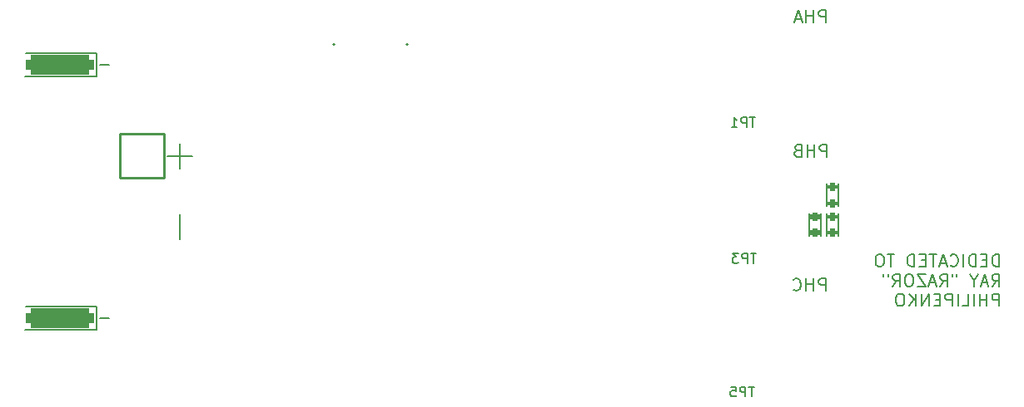
<source format=gbo>
%TF.GenerationSoftware,KiCad,Pcbnew,8.0.9-8.0.9-0~ubuntu22.04.1*%
%TF.CreationDate,2025-12-20T23:57:42-07:00*%
%TF.ProjectId,ESC_KiCAD,4553435f-4b69-4434-9144-2e6b69636164,A*%
%TF.SameCoordinates,Original*%
%TF.FileFunction,Legend,Bot*%
%TF.FilePolarity,Positive*%
%FSLAX46Y46*%
G04 Gerber Fmt 4.6, Leading zero omitted, Abs format (unit mm)*
G04 Created by KiCad (PCBNEW 8.0.9-8.0.9-0~ubuntu22.04.1) date 2025-12-20 23:57:42*
%MOMM*%
%LPD*%
G01*
G04 APERTURE LIST*
G04 Aperture macros list*
%AMRoundRect*
0 Rectangle with rounded corners*
0 $1 Rounding radius*
0 $2 $3 $4 $5 $6 $7 $8 $9 X,Y pos of 4 corners*
0 Add a 4 corners polygon primitive as box body*
4,1,4,$2,$3,$4,$5,$6,$7,$8,$9,$2,$3,0*
0 Add four circle primitives for the rounded corners*
1,1,$1+$1,$2,$3*
1,1,$1+$1,$4,$5*
1,1,$1+$1,$6,$7*
1,1,$1+$1,$8,$9*
0 Add four rect primitives between the rounded corners*
20,1,$1+$1,$2,$3,$4,$5,0*
20,1,$1+$1,$4,$5,$6,$7,0*
20,1,$1+$1,$6,$7,$8,$9,0*
20,1,$1+$1,$8,$9,$2,$3,0*%
G04 Aperture macros list end*
%ADD10C,0.152400*%
%ADD11C,0.176200*%
%ADD12C,4.000000*%
%ADD13O,2.804000X1.604000*%
%ADD14C,4.704000*%
%ADD15RoundRect,0.102000X2.250000X-2.250000X2.250000X2.250000X-2.250000X2.250000X-2.250000X-2.250000X0*%
%ADD16R,5.200000X3.500000*%
%ADD17C,5.200000*%
%ADD18R,3.350000X5.200000*%
%ADD19C,5.700000*%
%ADD20C,2.500000*%
%ADD21RoundRect,0.500000X-3.000000X-0.500000X3.000000X-0.500000X3.000000X0.500000X-3.000000X0.500000X0*%
%ADD22RoundRect,0.200000X-0.275000X0.200000X-0.275000X-0.200000X0.275000X-0.200000X0.275000X0.200000X0*%
%ADD23O,1.000000X1.000000*%
%ADD24R,1.000000X1.000000*%
%ADD25O,1.300000X2.000000*%
%ADD26R,1.300000X2.000000*%
%ADD27RoundRect,0.225000X0.250000X-0.225000X0.250000X0.225000X-0.250000X0.225000X-0.250000X-0.225000X0*%
%ADD28C,0.600000*%
G04 APERTURE END LIST*
D10*
X220702117Y-97564238D02*
X220702117Y-96314238D01*
X220702117Y-96314238D02*
X220404498Y-96314238D01*
X220404498Y-96314238D02*
X220225927Y-96373762D01*
X220225927Y-96373762D02*
X220106879Y-96492810D01*
X220106879Y-96492810D02*
X220047356Y-96611857D01*
X220047356Y-96611857D02*
X219987832Y-96849953D01*
X219987832Y-96849953D02*
X219987832Y-97028524D01*
X219987832Y-97028524D02*
X220047356Y-97266619D01*
X220047356Y-97266619D02*
X220106879Y-97385667D01*
X220106879Y-97385667D02*
X220225927Y-97504715D01*
X220225927Y-97504715D02*
X220404498Y-97564238D01*
X220404498Y-97564238D02*
X220702117Y-97564238D01*
X219452117Y-96909476D02*
X219035451Y-96909476D01*
X218856879Y-97564238D02*
X219452117Y-97564238D01*
X219452117Y-97564238D02*
X219452117Y-96314238D01*
X219452117Y-96314238D02*
X218856879Y-96314238D01*
X218321165Y-97564238D02*
X218321165Y-96314238D01*
X218321165Y-96314238D02*
X218023546Y-96314238D01*
X218023546Y-96314238D02*
X217844975Y-96373762D01*
X217844975Y-96373762D02*
X217725927Y-96492810D01*
X217725927Y-96492810D02*
X217666404Y-96611857D01*
X217666404Y-96611857D02*
X217606880Y-96849953D01*
X217606880Y-96849953D02*
X217606880Y-97028524D01*
X217606880Y-97028524D02*
X217666404Y-97266619D01*
X217666404Y-97266619D02*
X217725927Y-97385667D01*
X217725927Y-97385667D02*
X217844975Y-97504715D01*
X217844975Y-97504715D02*
X218023546Y-97564238D01*
X218023546Y-97564238D02*
X218321165Y-97564238D01*
X217071165Y-97564238D02*
X217071165Y-96314238D01*
X215761642Y-97445191D02*
X215821166Y-97504715D01*
X215821166Y-97504715D02*
X215999737Y-97564238D01*
X215999737Y-97564238D02*
X216118785Y-97564238D01*
X216118785Y-97564238D02*
X216297356Y-97504715D01*
X216297356Y-97504715D02*
X216416404Y-97385667D01*
X216416404Y-97385667D02*
X216475927Y-97266619D01*
X216475927Y-97266619D02*
X216535451Y-97028524D01*
X216535451Y-97028524D02*
X216535451Y-96849953D01*
X216535451Y-96849953D02*
X216475927Y-96611857D01*
X216475927Y-96611857D02*
X216416404Y-96492810D01*
X216416404Y-96492810D02*
X216297356Y-96373762D01*
X216297356Y-96373762D02*
X216118785Y-96314238D01*
X216118785Y-96314238D02*
X215999737Y-96314238D01*
X215999737Y-96314238D02*
X215821166Y-96373762D01*
X215821166Y-96373762D02*
X215761642Y-96433286D01*
X215285451Y-97207095D02*
X214690213Y-97207095D01*
X215404499Y-97564238D02*
X214987832Y-96314238D01*
X214987832Y-96314238D02*
X214571166Y-97564238D01*
X214333070Y-96314238D02*
X213618784Y-96314238D01*
X213975927Y-97564238D02*
X213975927Y-96314238D01*
X213202117Y-96909476D02*
X212785451Y-96909476D01*
X212606879Y-97564238D02*
X213202117Y-97564238D01*
X213202117Y-97564238D02*
X213202117Y-96314238D01*
X213202117Y-96314238D02*
X212606879Y-96314238D01*
X212071165Y-97564238D02*
X212071165Y-96314238D01*
X212071165Y-96314238D02*
X211773546Y-96314238D01*
X211773546Y-96314238D02*
X211594975Y-96373762D01*
X211594975Y-96373762D02*
X211475927Y-96492810D01*
X211475927Y-96492810D02*
X211416404Y-96611857D01*
X211416404Y-96611857D02*
X211356880Y-96849953D01*
X211356880Y-96849953D02*
X211356880Y-97028524D01*
X211356880Y-97028524D02*
X211416404Y-97266619D01*
X211416404Y-97266619D02*
X211475927Y-97385667D01*
X211475927Y-97385667D02*
X211594975Y-97504715D01*
X211594975Y-97504715D02*
X211773546Y-97564238D01*
X211773546Y-97564238D02*
X212071165Y-97564238D01*
X210047356Y-96314238D02*
X209333070Y-96314238D01*
X209690213Y-97564238D02*
X209690213Y-96314238D01*
X208678308Y-96314238D02*
X208440213Y-96314238D01*
X208440213Y-96314238D02*
X208321165Y-96373762D01*
X208321165Y-96373762D02*
X208202118Y-96492810D01*
X208202118Y-96492810D02*
X208142594Y-96730905D01*
X208142594Y-96730905D02*
X208142594Y-97147572D01*
X208142594Y-97147572D02*
X208202118Y-97385667D01*
X208202118Y-97385667D02*
X208321165Y-97504715D01*
X208321165Y-97504715D02*
X208440213Y-97564238D01*
X208440213Y-97564238D02*
X208678308Y-97564238D01*
X208678308Y-97564238D02*
X208797356Y-97504715D01*
X208797356Y-97504715D02*
X208916403Y-97385667D01*
X208916403Y-97385667D02*
X208975927Y-97147572D01*
X208975927Y-97147572D02*
X208975927Y-96730905D01*
X208975927Y-96730905D02*
X208916403Y-96492810D01*
X208916403Y-96492810D02*
X208797356Y-96373762D01*
X208797356Y-96373762D02*
X208678308Y-96314238D01*
X219987832Y-99576668D02*
X220404498Y-98981430D01*
X220702117Y-99576668D02*
X220702117Y-98326668D01*
X220702117Y-98326668D02*
X220225927Y-98326668D01*
X220225927Y-98326668D02*
X220106879Y-98386192D01*
X220106879Y-98386192D02*
X220047356Y-98445716D01*
X220047356Y-98445716D02*
X219987832Y-98564764D01*
X219987832Y-98564764D02*
X219987832Y-98743335D01*
X219987832Y-98743335D02*
X220047356Y-98862383D01*
X220047356Y-98862383D02*
X220106879Y-98921906D01*
X220106879Y-98921906D02*
X220225927Y-98981430D01*
X220225927Y-98981430D02*
X220702117Y-98981430D01*
X219511641Y-99219525D02*
X218916403Y-99219525D01*
X219630689Y-99576668D02*
X219214022Y-98326668D01*
X219214022Y-98326668D02*
X218797356Y-99576668D01*
X218142593Y-98981430D02*
X218142593Y-99576668D01*
X218559260Y-98326668D02*
X218142593Y-98981430D01*
X218142593Y-98981430D02*
X217725927Y-98326668D01*
X216416402Y-98326668D02*
X216416402Y-98564764D01*
X215940212Y-98326668D02*
X215940212Y-98564764D01*
X214690212Y-99576668D02*
X215106878Y-98981430D01*
X215404497Y-99576668D02*
X215404497Y-98326668D01*
X215404497Y-98326668D02*
X214928307Y-98326668D01*
X214928307Y-98326668D02*
X214809259Y-98386192D01*
X214809259Y-98386192D02*
X214749736Y-98445716D01*
X214749736Y-98445716D02*
X214690212Y-98564764D01*
X214690212Y-98564764D02*
X214690212Y-98743335D01*
X214690212Y-98743335D02*
X214749736Y-98862383D01*
X214749736Y-98862383D02*
X214809259Y-98921906D01*
X214809259Y-98921906D02*
X214928307Y-98981430D01*
X214928307Y-98981430D02*
X215404497Y-98981430D01*
X214214021Y-99219525D02*
X213618783Y-99219525D01*
X214333069Y-99576668D02*
X213916402Y-98326668D01*
X213916402Y-98326668D02*
X213499736Y-99576668D01*
X213202116Y-98326668D02*
X212368783Y-98326668D01*
X212368783Y-98326668D02*
X213202116Y-99576668D01*
X213202116Y-99576668D02*
X212368783Y-99576668D01*
X211654497Y-98326668D02*
X211416402Y-98326668D01*
X211416402Y-98326668D02*
X211297354Y-98386192D01*
X211297354Y-98386192D02*
X211178307Y-98505240D01*
X211178307Y-98505240D02*
X211118783Y-98743335D01*
X211118783Y-98743335D02*
X211118783Y-99160002D01*
X211118783Y-99160002D02*
X211178307Y-99398097D01*
X211178307Y-99398097D02*
X211297354Y-99517145D01*
X211297354Y-99517145D02*
X211416402Y-99576668D01*
X211416402Y-99576668D02*
X211654497Y-99576668D01*
X211654497Y-99576668D02*
X211773545Y-99517145D01*
X211773545Y-99517145D02*
X211892592Y-99398097D01*
X211892592Y-99398097D02*
X211952116Y-99160002D01*
X211952116Y-99160002D02*
X211952116Y-98743335D01*
X211952116Y-98743335D02*
X211892592Y-98505240D01*
X211892592Y-98505240D02*
X211773545Y-98386192D01*
X211773545Y-98386192D02*
X211654497Y-98326668D01*
X209868783Y-99576668D02*
X210285449Y-98981430D01*
X210583068Y-99576668D02*
X210583068Y-98326668D01*
X210583068Y-98326668D02*
X210106878Y-98326668D01*
X210106878Y-98326668D02*
X209987830Y-98386192D01*
X209987830Y-98386192D02*
X209928307Y-98445716D01*
X209928307Y-98445716D02*
X209868783Y-98564764D01*
X209868783Y-98564764D02*
X209868783Y-98743335D01*
X209868783Y-98743335D02*
X209928307Y-98862383D01*
X209928307Y-98862383D02*
X209987830Y-98921906D01*
X209987830Y-98921906D02*
X210106878Y-98981430D01*
X210106878Y-98981430D02*
X210583068Y-98981430D01*
X209392592Y-98326668D02*
X209392592Y-98564764D01*
X208916402Y-98326668D02*
X208916402Y-98564764D01*
X220702117Y-101589098D02*
X220702117Y-100339098D01*
X220702117Y-100339098D02*
X220225927Y-100339098D01*
X220225927Y-100339098D02*
X220106879Y-100398622D01*
X220106879Y-100398622D02*
X220047356Y-100458146D01*
X220047356Y-100458146D02*
X219987832Y-100577194D01*
X219987832Y-100577194D02*
X219987832Y-100755765D01*
X219987832Y-100755765D02*
X220047356Y-100874813D01*
X220047356Y-100874813D02*
X220106879Y-100934336D01*
X220106879Y-100934336D02*
X220225927Y-100993860D01*
X220225927Y-100993860D02*
X220702117Y-100993860D01*
X219452117Y-101589098D02*
X219452117Y-100339098D01*
X219452117Y-100934336D02*
X218737832Y-100934336D01*
X218737832Y-101589098D02*
X218737832Y-100339098D01*
X218142593Y-101589098D02*
X218142593Y-100339098D01*
X216952117Y-101589098D02*
X217547355Y-101589098D01*
X217547355Y-101589098D02*
X217547355Y-100339098D01*
X216535450Y-101589098D02*
X216535450Y-100339098D01*
X215940212Y-101589098D02*
X215940212Y-100339098D01*
X215940212Y-100339098D02*
X215464022Y-100339098D01*
X215464022Y-100339098D02*
X215344974Y-100398622D01*
X215344974Y-100398622D02*
X215285451Y-100458146D01*
X215285451Y-100458146D02*
X215225927Y-100577194D01*
X215225927Y-100577194D02*
X215225927Y-100755765D01*
X215225927Y-100755765D02*
X215285451Y-100874813D01*
X215285451Y-100874813D02*
X215344974Y-100934336D01*
X215344974Y-100934336D02*
X215464022Y-100993860D01*
X215464022Y-100993860D02*
X215940212Y-100993860D01*
X214690212Y-100934336D02*
X214273546Y-100934336D01*
X214094974Y-101589098D02*
X214690212Y-101589098D01*
X214690212Y-101589098D02*
X214690212Y-100339098D01*
X214690212Y-100339098D02*
X214094974Y-100339098D01*
X213559260Y-101589098D02*
X213559260Y-100339098D01*
X213559260Y-100339098D02*
X212844975Y-101589098D01*
X212844975Y-101589098D02*
X212844975Y-100339098D01*
X212249736Y-101589098D02*
X212249736Y-100339098D01*
X211535451Y-101589098D02*
X212071165Y-100874813D01*
X211535451Y-100339098D02*
X212249736Y-101053384D01*
X210761641Y-100339098D02*
X210523546Y-100339098D01*
X210523546Y-100339098D02*
X210404498Y-100398622D01*
X210404498Y-100398622D02*
X210285451Y-100517670D01*
X210285451Y-100517670D02*
X210225927Y-100755765D01*
X210225927Y-100755765D02*
X210225927Y-101172432D01*
X210225927Y-101172432D02*
X210285451Y-101410527D01*
X210285451Y-101410527D02*
X210404498Y-101529575D01*
X210404498Y-101529575D02*
X210523546Y-101589098D01*
X210523546Y-101589098D02*
X210761641Y-101589098D01*
X210761641Y-101589098D02*
X210880689Y-101529575D01*
X210880689Y-101529575D02*
X210999736Y-101410527D01*
X210999736Y-101410527D02*
X211059260Y-101172432D01*
X211059260Y-101172432D02*
X211059260Y-100755765D01*
X211059260Y-100755765D02*
X210999736Y-100517670D01*
X210999736Y-100517670D02*
X210880689Y-100398622D01*
X210880689Y-100398622D02*
X210761641Y-100339098D01*
X195804498Y-109819694D02*
X195233070Y-109819694D01*
X195518784Y-110819694D02*
X195518784Y-109819694D01*
X194899736Y-110819694D02*
X194899736Y-109819694D01*
X194899736Y-109819694D02*
X194518784Y-109819694D01*
X194518784Y-109819694D02*
X194423546Y-109867313D01*
X194423546Y-109867313D02*
X194375927Y-109914932D01*
X194375927Y-109914932D02*
X194328308Y-110010170D01*
X194328308Y-110010170D02*
X194328308Y-110153027D01*
X194328308Y-110153027D02*
X194375927Y-110248265D01*
X194375927Y-110248265D02*
X194423546Y-110295884D01*
X194423546Y-110295884D02*
X194518784Y-110343503D01*
X194518784Y-110343503D02*
X194899736Y-110343503D01*
X193423546Y-109819694D02*
X193899736Y-109819694D01*
X193899736Y-109819694D02*
X193947355Y-110295884D01*
X193947355Y-110295884D02*
X193899736Y-110248265D01*
X193899736Y-110248265D02*
X193804498Y-110200646D01*
X193804498Y-110200646D02*
X193566403Y-110200646D01*
X193566403Y-110200646D02*
X193471165Y-110248265D01*
X193471165Y-110248265D02*
X193423546Y-110295884D01*
X193423546Y-110295884D02*
X193375927Y-110391122D01*
X193375927Y-110391122D02*
X193375927Y-110629217D01*
X193375927Y-110629217D02*
X193423546Y-110724455D01*
X193423546Y-110724455D02*
X193471165Y-110772075D01*
X193471165Y-110772075D02*
X193566403Y-110819694D01*
X193566403Y-110819694D02*
X193804498Y-110819694D01*
X193804498Y-110819694D02*
X193899736Y-110772075D01*
X193899736Y-110772075D02*
X193947355Y-110724455D01*
X203052117Y-100039098D02*
X203052117Y-98789098D01*
X203052117Y-98789098D02*
X202575927Y-98789098D01*
X202575927Y-98789098D02*
X202456879Y-98848622D01*
X202456879Y-98848622D02*
X202397356Y-98908146D01*
X202397356Y-98908146D02*
X202337832Y-99027194D01*
X202337832Y-99027194D02*
X202337832Y-99205765D01*
X202337832Y-99205765D02*
X202397356Y-99324813D01*
X202397356Y-99324813D02*
X202456879Y-99384336D01*
X202456879Y-99384336D02*
X202575927Y-99443860D01*
X202575927Y-99443860D02*
X203052117Y-99443860D01*
X201802117Y-100039098D02*
X201802117Y-98789098D01*
X201802117Y-99384336D02*
X201087832Y-99384336D01*
X201087832Y-100039098D02*
X201087832Y-98789098D01*
X199778308Y-99920051D02*
X199837832Y-99979575D01*
X199837832Y-99979575D02*
X200016403Y-100039098D01*
X200016403Y-100039098D02*
X200135451Y-100039098D01*
X200135451Y-100039098D02*
X200314022Y-99979575D01*
X200314022Y-99979575D02*
X200433070Y-99860527D01*
X200433070Y-99860527D02*
X200492593Y-99741479D01*
X200492593Y-99741479D02*
X200552117Y-99503384D01*
X200552117Y-99503384D02*
X200552117Y-99324813D01*
X200552117Y-99324813D02*
X200492593Y-99086717D01*
X200492593Y-99086717D02*
X200433070Y-98967670D01*
X200433070Y-98967670D02*
X200314022Y-98848622D01*
X200314022Y-98848622D02*
X200135451Y-98789098D01*
X200135451Y-98789098D02*
X200016403Y-98789098D01*
X200016403Y-98789098D02*
X199837832Y-98848622D01*
X199837832Y-98848622D02*
X199778308Y-98908146D01*
X196004498Y-96219694D02*
X195433070Y-96219694D01*
X195718784Y-97219694D02*
X195718784Y-96219694D01*
X195099736Y-97219694D02*
X195099736Y-96219694D01*
X195099736Y-96219694D02*
X194718784Y-96219694D01*
X194718784Y-96219694D02*
X194623546Y-96267313D01*
X194623546Y-96267313D02*
X194575927Y-96314932D01*
X194575927Y-96314932D02*
X194528308Y-96410170D01*
X194528308Y-96410170D02*
X194528308Y-96553027D01*
X194528308Y-96553027D02*
X194575927Y-96648265D01*
X194575927Y-96648265D02*
X194623546Y-96695884D01*
X194623546Y-96695884D02*
X194718784Y-96743503D01*
X194718784Y-96743503D02*
X195099736Y-96743503D01*
X194194974Y-96219694D02*
X193575927Y-96219694D01*
X193575927Y-96219694D02*
X193909260Y-96600646D01*
X193909260Y-96600646D02*
X193766403Y-96600646D01*
X193766403Y-96600646D02*
X193671165Y-96648265D01*
X193671165Y-96648265D02*
X193623546Y-96695884D01*
X193623546Y-96695884D02*
X193575927Y-96791122D01*
X193575927Y-96791122D02*
X193575927Y-97029217D01*
X193575927Y-97029217D02*
X193623546Y-97124455D01*
X193623546Y-97124455D02*
X193671165Y-97172075D01*
X193671165Y-97172075D02*
X193766403Y-97219694D01*
X193766403Y-97219694D02*
X194052117Y-97219694D01*
X194052117Y-97219694D02*
X194147355Y-97172075D01*
X194147355Y-97172075D02*
X194194974Y-97124455D01*
X203152117Y-86389098D02*
X203152117Y-85139098D01*
X203152117Y-85139098D02*
X202675927Y-85139098D01*
X202675927Y-85139098D02*
X202556879Y-85198622D01*
X202556879Y-85198622D02*
X202497356Y-85258146D01*
X202497356Y-85258146D02*
X202437832Y-85377194D01*
X202437832Y-85377194D02*
X202437832Y-85555765D01*
X202437832Y-85555765D02*
X202497356Y-85674813D01*
X202497356Y-85674813D02*
X202556879Y-85734336D01*
X202556879Y-85734336D02*
X202675927Y-85793860D01*
X202675927Y-85793860D02*
X203152117Y-85793860D01*
X201902117Y-86389098D02*
X201902117Y-85139098D01*
X201902117Y-85734336D02*
X201187832Y-85734336D01*
X201187832Y-86389098D02*
X201187832Y-85139098D01*
X200175927Y-85734336D02*
X199997355Y-85793860D01*
X199997355Y-85793860D02*
X199937832Y-85853384D01*
X199937832Y-85853384D02*
X199878308Y-85972432D01*
X199878308Y-85972432D02*
X199878308Y-86151003D01*
X199878308Y-86151003D02*
X199937832Y-86270051D01*
X199937832Y-86270051D02*
X199997355Y-86329575D01*
X199997355Y-86329575D02*
X200116403Y-86389098D01*
X200116403Y-86389098D02*
X200592593Y-86389098D01*
X200592593Y-86389098D02*
X200592593Y-85139098D01*
X200592593Y-85139098D02*
X200175927Y-85139098D01*
X200175927Y-85139098D02*
X200056879Y-85198622D01*
X200056879Y-85198622D02*
X199997355Y-85258146D01*
X199997355Y-85258146D02*
X199937832Y-85377194D01*
X199937832Y-85377194D02*
X199937832Y-85496241D01*
X199937832Y-85496241D02*
X199997355Y-85615289D01*
X199997355Y-85615289D02*
X200056879Y-85674813D01*
X200056879Y-85674813D02*
X200175927Y-85734336D01*
X200175927Y-85734336D02*
X200592593Y-85734336D01*
X195904498Y-82369694D02*
X195333070Y-82369694D01*
X195618784Y-83369694D02*
X195618784Y-82369694D01*
X194999736Y-83369694D02*
X194999736Y-82369694D01*
X194999736Y-82369694D02*
X194618784Y-82369694D01*
X194618784Y-82369694D02*
X194523546Y-82417313D01*
X194523546Y-82417313D02*
X194475927Y-82464932D01*
X194475927Y-82464932D02*
X194428308Y-82560170D01*
X194428308Y-82560170D02*
X194428308Y-82703027D01*
X194428308Y-82703027D02*
X194475927Y-82798265D01*
X194475927Y-82798265D02*
X194523546Y-82845884D01*
X194523546Y-82845884D02*
X194618784Y-82893503D01*
X194618784Y-82893503D02*
X194999736Y-82893503D01*
X193475927Y-83369694D02*
X194047355Y-83369694D01*
X193761641Y-83369694D02*
X193761641Y-82369694D01*
X193761641Y-82369694D02*
X193856879Y-82512551D01*
X193856879Y-82512551D02*
X193952117Y-82607789D01*
X193952117Y-82607789D02*
X194047355Y-82655408D01*
X203052117Y-72689098D02*
X203052117Y-71439098D01*
X203052117Y-71439098D02*
X202575927Y-71439098D01*
X202575927Y-71439098D02*
X202456879Y-71498622D01*
X202456879Y-71498622D02*
X202397356Y-71558146D01*
X202397356Y-71558146D02*
X202337832Y-71677194D01*
X202337832Y-71677194D02*
X202337832Y-71855765D01*
X202337832Y-71855765D02*
X202397356Y-71974813D01*
X202397356Y-71974813D02*
X202456879Y-72034336D01*
X202456879Y-72034336D02*
X202575927Y-72093860D01*
X202575927Y-72093860D02*
X203052117Y-72093860D01*
X201802117Y-72689098D02*
X201802117Y-71439098D01*
X201802117Y-72034336D02*
X201087832Y-72034336D01*
X201087832Y-72689098D02*
X201087832Y-71439098D01*
X200552117Y-72331955D02*
X199956879Y-72331955D01*
X200671165Y-72689098D02*
X200254498Y-71439098D01*
X200254498Y-71439098D02*
X199837832Y-72689098D01*
X129285977Y-76988075D02*
X130200263Y-76988075D01*
X129285977Y-102788075D02*
X130200263Y-102788075D01*
X137339400Y-94745000D02*
X137339400Y-93475000D01*
X137339400Y-92205000D02*
X137339400Y-93475000D01*
X137339400Y-87570000D02*
X137339400Y-86300000D01*
X137339400Y-86300000D02*
X138609400Y-86300000D01*
X137339400Y-86300000D02*
X136069400Y-86300000D01*
X137339400Y-85030000D02*
X137339400Y-86300000D01*
X128900000Y-75800000D02*
X128900000Y-78200000D01*
X121700000Y-75800000D02*
X128900000Y-75800000D01*
X121650000Y-78200000D02*
X128900000Y-78200000D01*
X204350000Y-92150000D02*
X204350000Y-94435000D01*
X203150000Y-92150000D02*
X203150000Y-94435000D01*
X203150000Y-89150000D02*
X203150000Y-91435000D01*
X204350000Y-89150000D02*
X204350000Y-91435000D01*
X128900000Y-101600000D02*
X128900000Y-104000000D01*
X121700000Y-101600000D02*
X128900000Y-101600000D01*
X121650000Y-104000000D02*
X128900000Y-104000000D01*
D11*
X160588100Y-74925000D02*
G75*
G02*
X160411900Y-74925000I-88100J0D01*
G01*
X160411900Y-74925000D02*
G75*
G02*
X160588100Y-74925000I88100J0D01*
G01*
D10*
X201350000Y-94450000D02*
X201350000Y-92165000D01*
X202550000Y-94450000D02*
X202550000Y-92165000D01*
D11*
X153138100Y-74925000D02*
G75*
G02*
X152961900Y-74925000I-88100J0D01*
G01*
X152961900Y-74925000D02*
G75*
G02*
X153138100Y-74925000I88100J0D01*
G01*
%LPC*%
D12*
X154570000Y-102188100D03*
X141430000Y-102188100D03*
D13*
X127539400Y-96650000D03*
X127539400Y-83150000D03*
D14*
X133539400Y-93500000D03*
D15*
X133539400Y-86300000D03*
D16*
X215450000Y-84850000D03*
D17*
X215450000Y-86600000D03*
X212700000Y-91350000D03*
D18*
X211025000Y-91350000D03*
X219875000Y-91350000D03*
D17*
X218200000Y-91350000D03*
D19*
X124600000Y-71400000D03*
D20*
X204950000Y-99450000D03*
D21*
X125200000Y-77000000D03*
D22*
X203750000Y-94125000D03*
X203750000Y-92475000D03*
D23*
X155395000Y-81154400D03*
X155395000Y-82424400D03*
X154125000Y-81154400D03*
D24*
X154125000Y-82424400D03*
D19*
X219100000Y-71400000D03*
D22*
X203750000Y-89475000D03*
X203750000Y-91125000D03*
D20*
X197900000Y-96700000D03*
D21*
X125200000Y-102800000D03*
D20*
X169200000Y-110000000D03*
D25*
X158500000Y-73625000D03*
D26*
X160500000Y-73625000D03*
D19*
X124600000Y-108400000D03*
D20*
X197700000Y-110300000D03*
D27*
X201950000Y-92525000D03*
X201950000Y-94075000D03*
D20*
X204950000Y-72050000D03*
D25*
X151050000Y-73625000D03*
D26*
X153050000Y-73625000D03*
D20*
X205050000Y-85750000D03*
D19*
X219100000Y-108400000D03*
D20*
X197750000Y-82850000D03*
D28*
X216550000Y-82600000D03*
X217550000Y-82600000D03*
X215500000Y-82600000D03*
X214400000Y-82600000D03*
X213350000Y-82600000D03*
X222050000Y-92450000D03*
X222050000Y-93450000D03*
X222050000Y-91400000D03*
X222050000Y-90300000D03*
X222050000Y-89250000D03*
X208850000Y-93450000D03*
X208850000Y-92400000D03*
X208850000Y-91300000D03*
X208850000Y-90250000D03*
X208850000Y-89250000D03*
X132900000Y-100900000D03*
X145400000Y-82000000D03*
X145400000Y-81100000D03*
X146400000Y-82450000D03*
X146400000Y-80650000D03*
X146400000Y-81550000D03*
X138900000Y-109200000D03*
X138900000Y-105500000D03*
X128400000Y-110100000D03*
X128400000Y-106500000D03*
X164800000Y-89600000D03*
X163800000Y-90900000D03*
X180400000Y-93342000D03*
X176800000Y-93400000D03*
X162900000Y-91400000D03*
X180700000Y-82550000D03*
X178600000Y-83600000D03*
X166600000Y-90600000D03*
X175200000Y-75300000D03*
X166650000Y-105350000D03*
X168850000Y-105500000D03*
X163050000Y-95050000D03*
X164550000Y-97750000D03*
X174800000Y-108400000D03*
X176150000Y-105350000D03*
X175200000Y-104150000D03*
X164050000Y-95400000D03*
X174350000Y-97000000D03*
X174350000Y-94200000D03*
X173400000Y-97850000D03*
X173400000Y-94700000D03*
X176900000Y-96300000D03*
X166450000Y-89550000D03*
X179655000Y-81445000D03*
X172000000Y-91850000D03*
X154400000Y-92350000D03*
X202795000Y-109045000D03*
X183345000Y-108310000D03*
X171110000Y-72874398D03*
X136300000Y-91050000D03*
X157150000Y-76275000D03*
X127000000Y-100000000D03*
X126000000Y-99100000D03*
X126000000Y-78900000D03*
X179750000Y-91055000D03*
X126000000Y-80700000D03*
X127000000Y-80700000D03*
X180650000Y-105750000D03*
X205875000Y-96525000D03*
X136300000Y-90150000D03*
X149350000Y-84600000D03*
X161175600Y-109275000D03*
X163550000Y-98999999D03*
X127000000Y-100900000D03*
X140200000Y-86650000D03*
X154550000Y-78050000D03*
X140200000Y-81900000D03*
X164285000Y-82435000D03*
X143750000Y-72350000D03*
X159400000Y-86899999D03*
X183250000Y-94515000D03*
X147450000Y-81550000D03*
X128000000Y-79800000D03*
X177100000Y-86895000D03*
X150700000Y-90300000D03*
X179720600Y-108085600D03*
X126000000Y-100900000D03*
X156200000Y-89899998D03*
X173950000Y-85500001D03*
X182150000Y-78945000D03*
X168900000Y-90049999D03*
X172384400Y-72849998D03*
X180650000Y-91050000D03*
X179600000Y-94265000D03*
X200995000Y-81545000D03*
X147450000Y-80650000D03*
X152700000Y-99500000D03*
X201895000Y-81545000D03*
X173800000Y-88200000D03*
X152700000Y-97650000D03*
X180650000Y-91950000D03*
X179550000Y-80495000D03*
X201050000Y-95300000D03*
X155750001Y-93449999D03*
X140200000Y-85750000D03*
X126000000Y-79800000D03*
X177100000Y-85095000D03*
X173284400Y-78349998D03*
X142750000Y-89525600D03*
X200995000Y-110045000D03*
X205775000Y-82725000D03*
X142774400Y-88025600D03*
X126000000Y-100000000D03*
X177095000Y-72195000D03*
X148300000Y-90300000D03*
X151850000Y-95100000D03*
X131600000Y-80750000D03*
X137950000Y-95400000D03*
X179750000Y-104855000D03*
X192350588Y-82872353D03*
X163200000Y-89199999D03*
X128000000Y-80700000D03*
X140150000Y-91800000D03*
X177095000Y-73095000D03*
X177095000Y-98895000D03*
X203695000Y-110045000D03*
X180650000Y-77245000D03*
X179750000Y-91955000D03*
X128000000Y-100000000D03*
X177095000Y-100695000D03*
X157850000Y-88499999D03*
X166350000Y-95350000D03*
X195400000Y-95200000D03*
X201895000Y-109045000D03*
X163000000Y-100749999D03*
X147450000Y-82450000D03*
X180650000Y-78145000D03*
X150250000Y-84600000D03*
X170550000Y-100749999D03*
X163950000Y-78400000D03*
X143750000Y-74450000D03*
X128000000Y-100900000D03*
X201895000Y-110045000D03*
X182295000Y-106460000D03*
X191300588Y-96545000D03*
X127000000Y-79800000D03*
X192300588Y-96545000D03*
X179750000Y-77250000D03*
X200995000Y-82545000D03*
X127000000Y-99100000D03*
X203695000Y-81545000D03*
X177095000Y-71295000D03*
X172025000Y-97550000D03*
X143750000Y-71450000D03*
X148800000Y-76250000D03*
X191295000Y-69095000D03*
X183200000Y-80795000D03*
X168050000Y-95399999D03*
X203695000Y-82545000D03*
X131600000Y-79850000D03*
X203750000Y-96300000D03*
X203750000Y-95300000D03*
X137800000Y-81300000D03*
X177095000Y-99795000D03*
X202795000Y-110045000D03*
X168570000Y-72835598D03*
X143750000Y-73550000D03*
X134600000Y-76350000D03*
X169834400Y-78349998D03*
X153500000Y-92350000D03*
X205850000Y-110225000D03*
X152700000Y-98550000D03*
X177100000Y-85995000D03*
X202850000Y-96300000D03*
X145800000Y-74275000D03*
X137950000Y-94500000D03*
X127000000Y-78900000D03*
X162975600Y-109275000D03*
X150150000Y-76300000D03*
X201895000Y-82545000D03*
X159400000Y-85399999D03*
X200995000Y-109045000D03*
X137800000Y-80400000D03*
X135500000Y-76350000D03*
X192295000Y-69095000D03*
X170000000Y-98999999D03*
X201050000Y-96300000D03*
X202795000Y-81545000D03*
X203695000Y-109045000D03*
X180650000Y-104850000D03*
X179750000Y-105755000D03*
X140200000Y-82800000D03*
X195331550Y-81400000D03*
X128000000Y-99100000D03*
X202850000Y-95300000D03*
X145750000Y-88025600D03*
X158525001Y-96374999D03*
X156900000Y-89149998D03*
X195300000Y-108800000D03*
X140150000Y-90900000D03*
X201950000Y-96300000D03*
X179750000Y-78150000D03*
X191350588Y-82872353D03*
X164350000Y-76700000D03*
X202795000Y-82545000D03*
X148800000Y-77150000D03*
X182150000Y-92715000D03*
X159250001Y-91999999D03*
X201950000Y-95300000D03*
X128000000Y-78900000D03*
X148350000Y-87450000D03*
X144800000Y-87100000D03*
X148350000Y-88300000D03*
X144800000Y-90400000D03*
X148350000Y-89150000D03*
X148350000Y-91250000D03*
X154100000Y-88200000D03*
X162400001Y-88050000D03*
X169300000Y-96549999D03*
X161550000Y-88899999D03*
X170050000Y-88799999D03*
X155550001Y-94499998D03*
X167350000Y-97799999D03*
X152200000Y-88200000D03*
X166250000Y-97799999D03*
X153150000Y-88200000D03*
X161325000Y-80775000D03*
X171050000Y-87250000D03*
X191495000Y-74345000D03*
X191550000Y-89000000D03*
X191550000Y-89900000D03*
X123400000Y-80700000D03*
X191550000Y-90800000D03*
X122400000Y-100000000D03*
X192495000Y-75245000D03*
X192550000Y-88100000D03*
X192550000Y-89900000D03*
X124400000Y-100900000D03*
X124400000Y-79800000D03*
X124400000Y-100000000D03*
X124400000Y-78900000D03*
X123400000Y-79800000D03*
X124400000Y-80700000D03*
X191495000Y-103595000D03*
X122400000Y-100900000D03*
X191550000Y-88100000D03*
X191495000Y-101795000D03*
X191495000Y-102695000D03*
X123400000Y-78900000D03*
X192495000Y-101795000D03*
X122400000Y-99100000D03*
X122400000Y-80700000D03*
X123400000Y-100000000D03*
X191495000Y-75245000D03*
X123400000Y-99100000D03*
X122400000Y-78900000D03*
X192495000Y-76145000D03*
X191495000Y-104495000D03*
X192495000Y-102695000D03*
X192550000Y-90800000D03*
X192495000Y-103595000D03*
X192495000Y-74345000D03*
X192495000Y-77045000D03*
X122400000Y-79800000D03*
X124400000Y-99100000D03*
X192495000Y-104495000D03*
X123400000Y-100900000D03*
X191495000Y-77045000D03*
X192550000Y-89000000D03*
X191495000Y-76145000D03*
X188600000Y-94000000D03*
X188750000Y-107700000D03*
X188650000Y-80100000D03*
X168400000Y-80200000D03*
X160000001Y-93199999D03*
X160000000Y-105400000D03*
X168700000Y-91650000D03*
X177150000Y-88465000D03*
X168700000Y-93150000D03*
X177150000Y-89735000D03*
X175800000Y-91200000D03*
X174200000Y-92800000D03*
X175000000Y-90500000D03*
X173450000Y-92050000D03*
X174875000Y-100375000D03*
X172000000Y-93300000D03*
X174625000Y-101675000D03*
X143100000Y-76350000D03*
X139200000Y-70600000D03*
X182395000Y-99895000D03*
X181395000Y-72295000D03*
X182395000Y-70495000D03*
X182395000Y-97195000D03*
X139200000Y-72400000D03*
X139200000Y-73300000D03*
X143100000Y-77250000D03*
X181395000Y-98995000D03*
X139200000Y-71500000D03*
X139200000Y-74200000D03*
X182395000Y-71395000D03*
X182395000Y-69595000D03*
X182395000Y-98095000D03*
X139200000Y-69700000D03*
X181395000Y-70495000D03*
X181400000Y-86095000D03*
X182400000Y-86095000D03*
X182395000Y-98995000D03*
X182395000Y-72295000D03*
X182400000Y-85195000D03*
X181395000Y-99895000D03*
X181400000Y-85195000D03*
X182400000Y-83395000D03*
X181400000Y-98095000D03*
X143100000Y-78150000D03*
X181395000Y-71395000D03*
X182400000Y-84295000D03*
X139200000Y-68800000D03*
X181400000Y-84295000D03*
X188531550Y-81400000D03*
X188631550Y-95200000D03*
X188650000Y-108800000D03*
%LPD*%
M02*

</source>
